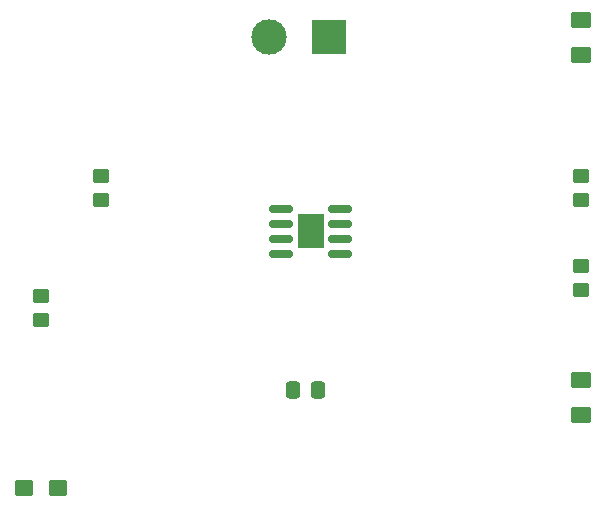
<source format=gbr>
%TF.GenerationSoftware,KiCad,Pcbnew,(6.0.10-0)*%
%TF.CreationDate,2023-02-17T12:21:21-08:00*%
%TF.ProjectId,Exercise 2,45786572-6369-4736-9520-322e6b696361,rev?*%
%TF.SameCoordinates,Original*%
%TF.FileFunction,Soldermask,Top*%
%TF.FilePolarity,Negative*%
%FSLAX46Y46*%
G04 Gerber Fmt 4.6, Leading zero omitted, Abs format (unit mm)*
G04 Created by KiCad (PCBNEW (6.0.10-0)) date 2023-02-17 12:21:21*
%MOMM*%
%LPD*%
G01*
G04 APERTURE LIST*
G04 Aperture macros list*
%AMRoundRect*
0 Rectangle with rounded corners*
0 $1 Rounding radius*
0 $2 $3 $4 $5 $6 $7 $8 $9 X,Y pos of 4 corners*
0 Add a 4 corners polygon primitive as box body*
4,1,4,$2,$3,$4,$5,$6,$7,$8,$9,$2,$3,0*
0 Add four circle primitives for the rounded corners*
1,1,$1+$1,$2,$3*
1,1,$1+$1,$4,$5*
1,1,$1+$1,$6,$7*
1,1,$1+$1,$8,$9*
0 Add four rect primitives between the rounded corners*
20,1,$1+$1,$2,$3,$4,$5,0*
20,1,$1+$1,$4,$5,$6,$7,0*
20,1,$1+$1,$6,$7,$8,$9,0*
20,1,$1+$1,$8,$9,$2,$3,0*%
G04 Aperture macros list end*
%ADD10RoundRect,0.250001X0.624999X-0.462499X0.624999X0.462499X-0.624999X0.462499X-0.624999X-0.462499X0*%
%ADD11RoundRect,0.150000X-0.825000X-0.150000X0.825000X-0.150000X0.825000X0.150000X-0.825000X0.150000X0*%
%ADD12R,2.290000X3.000000*%
%ADD13RoundRect,0.250000X0.450000X-0.350000X0.450000X0.350000X-0.450000X0.350000X-0.450000X-0.350000X0*%
%ADD14RoundRect,0.250000X-0.450000X0.350000X-0.450000X-0.350000X0.450000X-0.350000X0.450000X0.350000X0*%
%ADD15RoundRect,0.250000X-0.337500X-0.475000X0.337500X-0.475000X0.337500X0.475000X-0.337500X0.475000X0*%
%ADD16RoundRect,0.250000X-0.537500X-0.425000X0.537500X-0.425000X0.537500X0.425000X-0.537500X0.425000X0*%
%ADD17R,3.000000X3.000000*%
%ADD18C,3.000000*%
G04 APERTURE END LIST*
D10*
%TO.C,D2*%
X160020000Y-105627500D03*
X160020000Y-102652500D03*
%TD*%
D11*
%TO.C,U1*%
X134685000Y-88105000D03*
X134685000Y-89375000D03*
X134685000Y-90645000D03*
X134685000Y-91915000D03*
X139635000Y-91915000D03*
X139635000Y-90645000D03*
X139635000Y-89375000D03*
X139635000Y-88105000D03*
D12*
X137160000Y-90010000D03*
%TD*%
D13*
%TO.C,R1*%
X119380000Y-87360000D03*
X119380000Y-85360000D03*
%TD*%
D14*
%TO.C,R2*%
X114300000Y-95520000D03*
X114300000Y-97520000D03*
%TD*%
D15*
%TO.C,C2*%
X135662500Y-103470000D03*
X137737500Y-103470000D03*
%TD*%
D16*
%TO.C,C1*%
X112862500Y-111760000D03*
X115737500Y-111760000D03*
%TD*%
D14*
%TO.C,R4*%
X160020000Y-92980000D03*
X160020000Y-94980000D03*
%TD*%
D17*
%TO.C,J1*%
X138750000Y-73575000D03*
D18*
X133670000Y-73575000D03*
%TD*%
D14*
%TO.C,R3*%
X160020000Y-85360000D03*
X160020000Y-87360000D03*
%TD*%
D10*
%TO.C,D1*%
X160020000Y-75147500D03*
X160020000Y-72172500D03*
%TD*%
M02*

</source>
